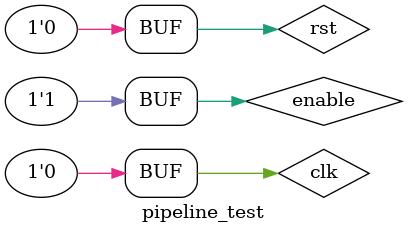
<source format=v>
`timescale 1ns / 1ps


module pipeline_test;

	// Inputs
	reg clk;
	reg rst;
	reg enable;

	// Instantiate the Unit Under Test (UUT)
	pipeline uut (
		.clk(clk),
		.rst(rst),
		.enable(enable)
	);

	initial begin
		// Initialize Inputs
		clk = 0;
		rst = 1;
		enable = 0;
		#100;
      clk = 1;  
		#100;
      clk = 0;
		rst = 0;
		enable = 1;
		#100;
      clk = 1;
		#100;
      clk = 0;
		#100;
      clk = 1;
		#100;
      clk = 0;
		#100;
      clk = 1;
		#100;
      clk = 0;
		#100;
      clk = 1;
		#100;
      clk = 0;
		#100;
      clk = 1;
		#100;
      clk = 0;
		#100;
      clk = 1;
		#100;
      clk = 0;
		#100;
      clk = 1;
		#100;
      clk = 0;	
		#100;
      clk = 1;
		#100;
      clk = 0;
		#100;
      clk = 1;
		#100;
      clk = 0;
		#100;
      clk = 1;
		#100;
      clk = 0;
		#100;
      clk = 1;
		#100;
      clk = 0;
	end
      
endmodule


</source>
